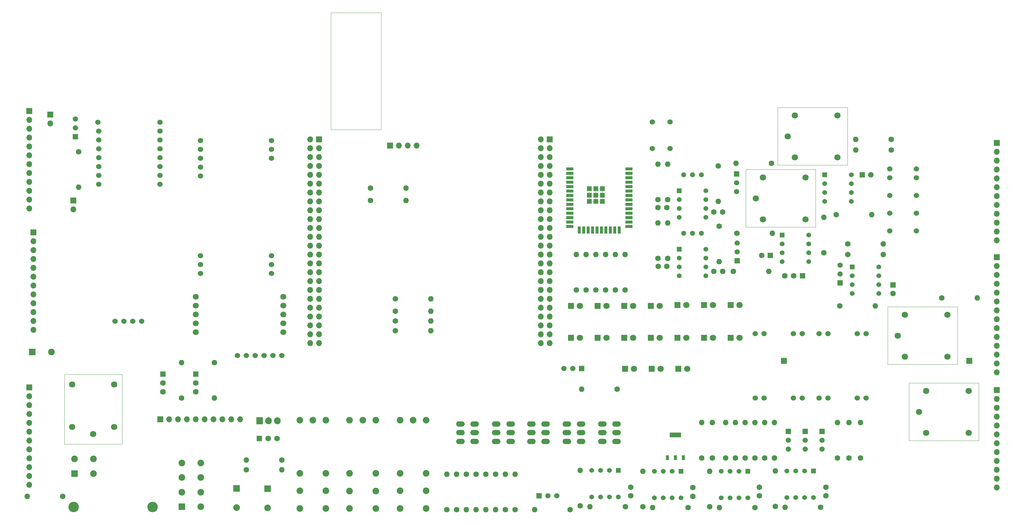
<source format=gbr>
%TF.GenerationSoftware,KiCad,Pcbnew,(6.0.5)*%
%TF.CreationDate,2023-07-29T02:07:02+09:00*%
%TF.ProjectId,LV_PCB,4c565f50-4342-42e6-9b69-6361645f7063,rev?*%
%TF.SameCoordinates,Original*%
%TF.FileFunction,Soldermask,Top*%
%TF.FilePolarity,Negative*%
%FSLAX46Y46*%
G04 Gerber Fmt 4.6, Leading zero omitted, Abs format (unit mm)*
G04 Created by KiCad (PCBNEW (6.0.5)) date 2023-07-29 02:07:02*
%MOMM*%
%LPD*%
G01*
G04 APERTURE LIST*
%ADD10C,0.120000*%
%ADD11C,1.600000*%
%ADD12O,1.600000X1.600000*%
%ADD13R,1.500000X1.500000*%
%ADD14C,1.500000*%
%ADD15R,1.800000X1.800000*%
%ADD16C,1.800000*%
%ADD17C,1.524000*%
%ADD18R,1.700000X1.700000*%
%ADD19O,1.700000X1.700000*%
%ADD20R,0.889000X1.473200*%
%ADD21R,3.200400X1.473200*%
%ADD22C,1.440000*%
%ADD23O,2.500000X1.500000*%
%ADD24R,1.600000X1.600000*%
%ADD25R,1.900000X1.900000*%
%ADD26C,1.900000*%
%ADD27R,1.371600X1.371600*%
%ADD28C,1.371600*%
%ADD29R,1.625600X1.625600*%
%ADD30C,1.625600*%
%ADD31C,1.905000*%
%ADD32C,1.700000*%
%ADD33R,1.905000X2.000000*%
%ADD34O,1.905000X2.000000*%
%ADD35C,3.000000*%
%ADD36R,2.000000X0.900000*%
%ADD37R,0.900000X2.000000*%
%ADD38R,1.330000X1.330000*%
%ADD39C,0.300000*%
G04 APERTURE END LIST*
D10*
%TO.C,K5*%
X281192800Y168631400D02*
X301192800Y168631400D01*
X301192800Y168631400D02*
X301192800Y152131400D01*
X301192800Y152131400D02*
X281192800Y152131400D01*
X281192800Y152131400D02*
X281192800Y168631400D01*
%TO.C,K2*%
X76947200Y72163600D02*
X93447200Y72163600D01*
X93447200Y72163600D02*
X93447200Y92163600D01*
X93447200Y92163600D02*
X76947200Y92163600D01*
X76947200Y92163600D02*
X76947200Y72163600D01*
%TO.C,K1*%
X272058800Y150851400D02*
X292058800Y150851400D01*
X292058800Y150851400D02*
X292058800Y134351400D01*
X292058800Y134351400D02*
X272058800Y134351400D01*
X272058800Y134351400D02*
X272058800Y150851400D01*
%TO.C,K4*%
X312688800Y111481400D02*
X332688800Y111481400D01*
X332688800Y111481400D02*
X332688800Y94981400D01*
X332688800Y94981400D02*
X312688800Y94981400D01*
X312688800Y94981400D02*
X312688800Y111481400D01*
%TO.C,U15*%
X153230000Y162289400D02*
X167660000Y162289400D01*
X167660000Y162289400D02*
X167660000Y195879400D01*
X167660000Y195879400D02*
X153230000Y195879400D01*
X153230000Y195879400D02*
X153230000Y162289400D01*
%TO.C,K3*%
X318784800Y89637400D02*
X338784800Y89637400D01*
X338784800Y89637400D02*
X338784800Y73137400D01*
X338784800Y73137400D02*
X318784800Y73137400D01*
X318784800Y73137400D02*
X318784800Y89637400D01*
%TD*%
D11*
%TO.C,R19*%
X205994000Y53340000D03*
D12*
X205994000Y63500000D03*
%TD*%
D11*
%TO.C,R31*%
X264424000Y134620000D03*
D12*
X264424000Y124460000D03*
%TD*%
D13*
%TO.C,Q10*%
X284247000Y75819000D03*
D14*
X284247000Y73279000D03*
X284247000Y70739000D03*
%TD*%
D11*
%TO.C,R63*%
X231902000Y116332000D03*
D12*
X231902000Y126492000D03*
%TD*%
D15*
%TO.C,D12*%
X252476000Y112014000D03*
D16*
X255016000Y112014000D03*
%TD*%
D11*
%TO.C,R21*%
X269504000Y132588000D03*
D12*
X279664000Y132588000D03*
%TD*%
D11*
%TO.C,R41*%
X280543000Y54249000D03*
D12*
X280543000Y64409000D03*
%TD*%
D17*
%TO.C,U5*%
X288194500Y85331000D03*
X285654500Y85331000D03*
X274714500Y85331000D03*
X277254500Y85331000D03*
X288194500Y103791000D03*
X285654500Y103791000D03*
X277254500Y103791000D03*
X274714500Y103791000D03*
%TD*%
D11*
%TO.C,C10*%
X275971000Y59797000D03*
X275971000Y57297000D03*
%TD*%
D15*
%TO.C,D11*%
X260096000Y112014000D03*
D16*
X262636000Y112014000D03*
%TD*%
D11*
%TO.C,R2*%
X76454000Y57150000D03*
D12*
X66294000Y57150000D03*
%TD*%
D11*
%TO.C,R36*%
X298323000Y68199000D03*
D12*
X298323000Y78359000D03*
%TD*%
D13*
%TO.C,Q9*%
X289073000Y75819000D03*
D14*
X289073000Y73279000D03*
X289073000Y70739000D03*
%TD*%
D15*
%TO.C,D5*%
X245110000Y93726000D03*
D16*
X247650000Y93726000D03*
%TD*%
D18*
%TO.C,J14*%
X79512000Y141986000D03*
D19*
X79512000Y139446000D03*
%TD*%
D16*
%TO.C,K5*%
X298292800Y166381400D03*
X286092800Y154381400D03*
X286092800Y166381400D03*
X284092800Y160381400D03*
X298292800Y154381400D03*
%TD*%
D11*
%TO.C,R42*%
X261747000Y54229000D03*
D12*
X261747000Y64389000D03*
%TD*%
D11*
%TO.C,R55*%
X171704000Y104648000D03*
D12*
X181864000Y104648000D03*
%TD*%
D20*
%TO.C,U4*%
X249632000Y68237100D03*
X251922000Y68237100D03*
X254212000Y68237100D03*
D21*
X251922000Y74764900D03*
%TD*%
D22*
%TO.C,RV2*%
X254254000Y132588000D03*
X256794000Y132588000D03*
X259334000Y132588000D03*
%TD*%
D23*
%TO.C,SW2*%
X190335700Y72918700D03*
X190335700Y77918700D03*
X190335700Y75418700D03*
X194435700Y75418700D03*
X194435700Y77918700D03*
X194435700Y72918700D03*
%TD*%
%TO.C,SW4*%
X200622700Y72918700D03*
X200622700Y77918700D03*
X200622700Y75418700D03*
X204722700Y75418700D03*
X204722700Y77918700D03*
X204722700Y72918700D03*
%TD*%
D15*
%TO.C,D8*%
X252476000Y102616000D03*
D16*
X255016000Y102616000D03*
%TD*%
D17*
%TO.C,SW8*%
X245294400Y156889700D03*
X250374400Y156889700D03*
X245294400Y164509700D03*
X250374400Y164509700D03*
%TD*%
D24*
%TO.C,C5*%
X305372888Y149352000D03*
D11*
X307872888Y149352000D03*
%TD*%
%TO.C,R23*%
X246898000Y125436000D03*
D12*
X246898000Y135596000D03*
%TD*%
D13*
%TO.C,Q6*%
X269610000Y124714000D03*
D14*
X269610000Y127254000D03*
X269610000Y129794000D03*
%TD*%
D23*
%TO.C,SW1*%
X220815700Y72918700D03*
X220815700Y77918700D03*
X220815700Y75418700D03*
X224915700Y75418700D03*
X224915700Y77918700D03*
X224915700Y72918700D03*
%TD*%
D25*
%TO.C,J6*%
X79808001Y63685999D03*
D26*
X79808001Y67885998D03*
X85308000Y63685999D03*
X85308000Y67885998D03*
%TD*%
D27*
%TO.C,U16*%
X235585000Y64643000D03*
D28*
X233045000Y64643000D03*
X230505000Y64643000D03*
X227965000Y64643000D03*
X227965000Y57023000D03*
X230505000Y57023000D03*
X233045000Y57023000D03*
X235585000Y57023000D03*
%TD*%
D18*
%TO.C,J2*%
X343916000Y87625000D03*
D19*
X343916000Y85085000D03*
X343916000Y82545000D03*
X343916000Y80005000D03*
X343916000Y77465000D03*
X343916000Y74925000D03*
X343916000Y72385000D03*
X343916000Y69845000D03*
X343916000Y67305000D03*
X343916000Y64765000D03*
X343916000Y62225000D03*
X343916000Y59685000D03*
%TD*%
D24*
%TO.C,10uF1*%
X279091113Y126238000D03*
D11*
X276591113Y126238000D03*
%TD*%
%TO.C,R12*%
X139192000Y67564000D03*
D12*
X129032000Y67564000D03*
%TD*%
D11*
%TO.C,R43*%
X293497000Y53995000D03*
D12*
X283337000Y53995000D03*
%TD*%
D15*
%TO.C,D9*%
X267711000Y112014000D03*
D16*
X270251000Y112014000D03*
%TD*%
D15*
%TO.C,D7*%
X252730000Y93726000D03*
D16*
X255270000Y93726000D03*
%TD*%
D22*
%TO.C,RV1*%
X254254000Y149352000D03*
X256794000Y149352000D03*
X259334000Y149352000D03*
%TD*%
D29*
%TO.C,Q2*%
X132770600Y73799700D03*
D30*
X135310600Y73799700D03*
X137850600Y73799700D03*
%TD*%
D11*
%TO.C,C1*%
X262920000Y138684000D03*
X265420000Y138684000D03*
%TD*%
D18*
%TO.C,J12*%
X68072000Y132842000D03*
D19*
X68072000Y130302000D03*
X68072000Y127762000D03*
X68072000Y125222000D03*
X68072000Y122682000D03*
X68072000Y120142000D03*
X68072000Y117602000D03*
X68072000Y115062000D03*
X68072000Y112522000D03*
X68072000Y109982000D03*
X68072000Y107442000D03*
X68072000Y104902000D03*
%TD*%
D11*
%TO.C,R62*%
X229108000Y116332000D03*
D12*
X229108000Y126492000D03*
%TD*%
D27*
%TO.C,U13*%
X294640000Y149352000D03*
D28*
X294640000Y146812000D03*
X294640000Y144272000D03*
X294640000Y141732000D03*
X302260000Y141732000D03*
X302260000Y144272000D03*
X302260000Y146812000D03*
X302260000Y149352000D03*
%TD*%
D16*
%TO.C,K2*%
X79197200Y89263600D03*
X91197200Y77063600D03*
X79197200Y77063600D03*
X85197200Y75063600D03*
X91197200Y89263600D03*
%TD*%
D11*
%TO.C,R46*%
X301244000Y126492000D03*
D12*
X311404000Y126492000D03*
%TD*%
D11*
%TO.C,R52*%
X164592000Y145542000D03*
D12*
X174752000Y145542000D03*
%TD*%
D11*
%TO.C,R50*%
X301244000Y129540000D03*
D12*
X311404000Y129540000D03*
%TD*%
D11*
%TO.C,R3*%
X119888000Y95504000D03*
D12*
X119888000Y85344000D03*
%TD*%
D13*
%TO.C,Q8*%
X293899000Y75819000D03*
D14*
X293899000Y73279000D03*
X293899000Y70739000D03*
%TD*%
D17*
%TO.C,K6*%
X320897000Y151035000D03*
X320897000Y148495000D03*
X320897000Y143415000D03*
X320897000Y138335000D03*
X320897000Y133255000D03*
X313277000Y133255000D03*
X313277000Y138335000D03*
X313277000Y143415000D03*
X313277000Y148495000D03*
X313277000Y151035000D03*
%TD*%
D18*
%TO.C,J15*%
X336052000Y96012000D03*
%TD*%
D31*
%TO.C,RLY2*%
X158616000Y78994000D03*
X166116000Y78994000D03*
X162366000Y78994003D03*
X166116000Y58694003D03*
X166116000Y63734003D03*
X166116000Y53654000D03*
X158615944Y58694079D03*
X158615944Y63734079D03*
X158616000Y53654000D03*
%TD*%
%TO.C,RLY3*%
X173034000Y79039387D03*
X180534000Y79039387D03*
X176784000Y79039390D03*
X180534000Y58739390D03*
X180534000Y63779390D03*
X180534000Y53699387D03*
X173033944Y58739466D03*
X173033944Y63779466D03*
X173034000Y53699387D03*
%TD*%
D15*
%TO.C,D2*%
X237490000Y93726000D03*
D16*
X240030000Y93726000D03*
%TD*%
D11*
%TO.C,R5*%
X189230000Y53340000D03*
D12*
X189230000Y63500000D03*
%TD*%
D18*
%TO.C,J5*%
X343916000Y125720000D03*
D19*
X343916000Y123180000D03*
X343916000Y120640000D03*
X343916000Y118100000D03*
X343916000Y115560000D03*
X343916000Y113020000D03*
X343916000Y110480000D03*
X343916000Y107940000D03*
X343916000Y105400000D03*
X343916000Y102860000D03*
X343916000Y100320000D03*
X343916000Y97780000D03*
X343916000Y95240000D03*
X343916000Y92700000D03*
%TD*%
D17*
%TO.C,U10*%
X99095200Y107408600D03*
X96555200Y107408600D03*
X94015200Y107408600D03*
X91475200Y107408600D03*
%TD*%
%TO.C,U12*%
X104324400Y146658600D03*
X104324400Y149198600D03*
X104324400Y151738600D03*
X104324400Y154278600D03*
X104324400Y156818600D03*
X104324400Y159358600D03*
X104324400Y161898600D03*
X104324400Y164438600D03*
X86544400Y164438600D03*
X86773000Y161898600D03*
X86773000Y159358600D03*
X86773000Y156818600D03*
X86773000Y154278600D03*
X86773000Y151738600D03*
X86773000Y149198600D03*
X86773000Y146658600D03*
%TD*%
D18*
%TO.C,J7*%
X104399000Y79248000D03*
D19*
X106939000Y79248000D03*
X109479000Y79248000D03*
X112019000Y79248000D03*
X114559000Y79248000D03*
X117099000Y79248000D03*
X119639000Y79248000D03*
X122179000Y79248000D03*
X124719000Y79248000D03*
X127259000Y79248000D03*
%TD*%
D17*
%TO.C,U7*%
X126483700Y97522700D03*
X129023700Y97522700D03*
X131563700Y97522700D03*
X134103700Y97522700D03*
X136643700Y97522700D03*
X139183700Y97522700D03*
%TD*%
D11*
%TO.C,R7*%
X194818000Y63500000D03*
D12*
X194818000Y53340000D03*
%TD*%
D13*
%TO.C,Q13*%
X299064000Y118364000D03*
D14*
X299064000Y120904000D03*
X299064000Y123444000D03*
%TD*%
D32*
%TO.C,U9*%
X139595000Y111855000D03*
X139595000Y109315000D03*
X139595000Y106775000D03*
X139595000Y104235000D03*
X114595000Y104235000D03*
X114595000Y106775000D03*
X114595000Y109315000D03*
X114595000Y111855000D03*
X114595000Y114395000D03*
X139595000Y114395000D03*
%TD*%
D11*
%TO.C,R60*%
X223520000Y116332000D03*
D12*
X223520000Y126492000D03*
%TD*%
D15*
%TO.C,D10*%
X260096000Y102616000D03*
D16*
X262636000Y102616000D03*
%TD*%
D15*
%TO.C,D3*%
X229616000Y102616000D03*
D16*
X232156000Y102616000D03*
%TD*%
D25*
%TO.C,J13*%
X67743001Y98569500D03*
D26*
X73243000Y98569500D03*
%TD*%
D27*
%TO.C,U2*%
X252994000Y144780000D03*
D28*
X252994000Y142240000D03*
X252994000Y139700000D03*
X252994000Y137160000D03*
X260614000Y137160000D03*
X260614000Y139700000D03*
X260614000Y142240000D03*
X260614000Y144780000D03*
%TD*%
D11*
%TO.C,R34*%
X304927000Y68199000D03*
D12*
X304927000Y78359000D03*
%TD*%
D11*
%TO.C,R44*%
X274701000Y53975000D03*
D12*
X264541000Y53975000D03*
%TD*%
D11*
%TO.C,R26*%
X274701000Y68199000D03*
D12*
X274701000Y78359000D03*
%TD*%
D17*
%TO.C,U6*%
X303942500Y85331000D03*
X306482500Y85331000D03*
X293002500Y85331000D03*
X295542500Y85331000D03*
X306482500Y103791000D03*
X303942500Y103791000D03*
X293002500Y103791000D03*
X295542500Y103791000D03*
%TD*%
D29*
%TO.C,Q1*%
X105156000Y92202000D03*
D30*
X105156000Y89662000D03*
X105156000Y87122000D03*
%TD*%
D11*
%TO.C,R57*%
X313690000Y159512000D03*
D12*
X303530000Y159512000D03*
%TD*%
D11*
%TO.C,R27*%
X277495000Y68199000D03*
D12*
X277495000Y78359000D03*
%TD*%
D11*
%TO.C,C7*%
X239141000Y59817000D03*
X239141000Y57317000D03*
%TD*%
D29*
%TO.C,Q4*%
X288300000Y120396000D03*
D30*
X285760000Y120396000D03*
X283220000Y120396000D03*
%TD*%
D11*
%TO.C,R38*%
X297942000Y137922000D03*
D12*
X308102000Y137922000D03*
%TD*%
D25*
%TO.C,J3*%
X110542001Y54169503D03*
D26*
X110542001Y58369502D03*
X110542001Y62569501D03*
X110542001Y66769501D03*
X116042000Y54169503D03*
X116042000Y58369502D03*
X116042000Y62569501D03*
X116042000Y66769501D03*
%TD*%
D33*
%TO.C,Q3*%
X132842000Y78811000D03*
D34*
X135382000Y78811000D03*
X137922000Y78811000D03*
%TD*%
D25*
%TO.C,J11*%
X135138000Y59383999D03*
D26*
X135138000Y53884000D03*
%TD*%
D11*
%TO.C,R6*%
X192024000Y63500000D03*
D12*
X192024000Y53340000D03*
%TD*%
D15*
%TO.C,D13*%
X221996000Y111760000D03*
D16*
X224536000Y111760000D03*
%TD*%
D11*
%TO.C,R56*%
X171704000Y107442000D03*
D12*
X181864000Y107442000D03*
%TD*%
D18*
%TO.C,J4*%
X66929000Y88392000D03*
D19*
X66929000Y85852000D03*
X66929000Y83312000D03*
X66929000Y80772000D03*
X66929000Y78232000D03*
X66929000Y75692000D03*
X66929000Y73152000D03*
X66929000Y70612000D03*
X66929000Y68072000D03*
X66929000Y65532000D03*
X66929000Y62992000D03*
X66929000Y60452000D03*
%TD*%
D27*
%TO.C,U19*%
X272669000Y64389000D03*
D28*
X270129000Y64389000D03*
X267589000Y64389000D03*
X265049000Y64389000D03*
X265049000Y56769000D03*
X267589000Y56769000D03*
X270129000Y56769000D03*
X272669000Y56769000D03*
%TD*%
D11*
%TO.C,R17*%
X268488000Y121666000D03*
D12*
X278648000Y121666000D03*
%TD*%
D11*
%TO.C,R13*%
X262509000Y68199000D03*
D12*
X262509000Y78359000D03*
%TD*%
D11*
%TO.C,R58*%
X313690000Y156464000D03*
D12*
X303530000Y156464000D03*
%TD*%
D11*
%TO.C,C8*%
X256921000Y59690000D03*
X256921000Y57190000D03*
%TD*%
%TO.C,R53*%
X171704000Y113792000D03*
D12*
X181864000Y113792000D03*
%TD*%
D11*
%TO.C,R64*%
X203200000Y53340000D03*
D12*
X203200000Y63500000D03*
%TD*%
D11*
%TO.C,R48*%
X328168000Y114046000D03*
D12*
X338328000Y114046000D03*
%TD*%
D11*
%TO.C,R15*%
X221742000Y53340000D03*
D12*
X211582000Y53340000D03*
%TD*%
D23*
%TO.C,SW3*%
X230975700Y72918700D03*
X230975700Y77918700D03*
X230975700Y75418700D03*
X235075700Y75418700D03*
X235075700Y77918700D03*
X235075700Y72918700D03*
%TD*%
D15*
%TO.C,D17*%
X267716000Y102616000D03*
D16*
X270256000Y102616000D03*
%TD*%
D35*
%TO.C,F1*%
X102232000Y54102000D03*
X79632000Y54102000D03*
%TD*%
D15*
%TO.C,D15*%
X237236000Y111760000D03*
D16*
X239776000Y111760000D03*
%TD*%
D11*
%TO.C,R18*%
X294396000Y127000000D03*
D12*
X294396000Y137160000D03*
%TD*%
D13*
%TO.C,Q12*%
X80116000Y160274000D03*
D14*
X80116000Y162814000D03*
X80116000Y165354000D03*
%TD*%
D11*
%TO.C,R4*%
X110490000Y85344000D03*
D12*
X110490000Y95504000D03*
%TD*%
D11*
%TO.C,C4*%
X246938000Y123150000D03*
X249438000Y123150000D03*
%TD*%
%TO.C,R16*%
X271907000Y68199000D03*
D12*
X271907000Y78359000D03*
%TD*%
D11*
%TO.C,C9*%
X295021000Y59817000D03*
X295021000Y57317000D03*
%TD*%
D27*
%TO.C,U14*%
X302514000Y122936000D03*
D28*
X302514000Y120396000D03*
X302514000Y117856000D03*
X302514000Y115316000D03*
X310134000Y115316000D03*
X310134000Y117856000D03*
X310134000Y120396000D03*
X310134000Y122936000D03*
%TD*%
D11*
%TO.C,R20*%
X279410000Y152654000D03*
D12*
X269250000Y152654000D03*
%TD*%
D27*
%TO.C,U1*%
X282458000Y132080000D03*
D28*
X282458000Y129540000D03*
X282458000Y127000000D03*
X282458000Y124460000D03*
X290078000Y124460000D03*
X290078000Y127000000D03*
X290078000Y129540000D03*
X290078000Y132080000D03*
%TD*%
D11*
%TO.C,R8*%
X197612000Y63500000D03*
D12*
X197612000Y53340000D03*
%TD*%
D11*
%TO.C,R54*%
X164592000Y141986000D03*
D12*
X174752000Y141986000D03*
%TD*%
D11*
%TO.C,R32*%
X249692000Y125436000D03*
D12*
X249692000Y135596000D03*
%TD*%
D18*
%TO.C,J10*%
X343916000Y158486000D03*
D19*
X343916000Y155946000D03*
X343916000Y153406000D03*
X343916000Y150866000D03*
X343916000Y148326000D03*
X343916000Y145786000D03*
X343916000Y143246000D03*
X343916000Y140706000D03*
X343916000Y138166000D03*
X343916000Y135626000D03*
X343916000Y133086000D03*
X343916000Y130546000D03*
%TD*%
D27*
%TO.C,U18*%
X291465000Y64409000D03*
D28*
X288925000Y64409000D03*
X286385000Y64409000D03*
X283845000Y64409000D03*
X283845000Y56789000D03*
X286385000Y56789000D03*
X288925000Y56789000D03*
X291465000Y56789000D03*
%TD*%
D11*
%TO.C,C2*%
X262920000Y121666000D03*
X265420000Y121666000D03*
%TD*%
D13*
%TO.C,Q11*%
X212852000Y57298000D03*
D14*
X215392000Y57298000D03*
X217932000Y57298000D03*
%TD*%
D11*
%TO.C,R61*%
X226314000Y116332000D03*
D12*
X226314000Y126492000D03*
%TD*%
D27*
%TO.C,U3*%
X252994000Y128016000D03*
D28*
X252994000Y125476000D03*
X252994000Y122936000D03*
X252994000Y120396000D03*
X260614000Y120396000D03*
X260614000Y122936000D03*
X260614000Y125476000D03*
X260614000Y128016000D03*
%TD*%
D16*
%TO.C,K1*%
X289158800Y148601400D03*
X276958800Y136601400D03*
X276958800Y148601400D03*
X274958800Y142601400D03*
X289158800Y136601400D03*
%TD*%
D11*
%TO.C,R25*%
X224663000Y54483000D03*
D12*
X224663000Y64643000D03*
%TD*%
D11*
%TO.C,R14*%
X269113000Y68199000D03*
D12*
X269113000Y78359000D03*
%TD*%
D29*
%TO.C,Q7*%
X114554000Y92202000D03*
D30*
X114554000Y89662000D03*
X114554000Y87122000D03*
%TD*%
D11*
%TO.C,R9*%
X129032000Y64770000D03*
D12*
X139192000Y64770000D03*
%TD*%
D11*
%TO.C,R28*%
X280289000Y68199000D03*
D12*
X280289000Y78359000D03*
%TD*%
D18*
%TO.C,J1*%
X66929000Y167640000D03*
D19*
X66929000Y165100000D03*
X66929000Y162560000D03*
X66929000Y160020000D03*
X66929000Y157480000D03*
X66929000Y154940000D03*
X66929000Y152400000D03*
X66929000Y149860000D03*
X66929000Y147320000D03*
X66929000Y144780000D03*
X66929000Y142240000D03*
X66929000Y139700000D03*
%TD*%
D11*
%TO.C,R45*%
X81026000Y155956000D03*
D12*
X81026000Y145796000D03*
%TD*%
D11*
%TO.C,R40*%
X255524000Y53975000D03*
D12*
X245364000Y53975000D03*
%TD*%
D16*
%TO.C,K4*%
X329788800Y109231400D03*
X317588800Y97231400D03*
X317588800Y109231400D03*
X315588800Y103231400D03*
X329788800Y97231400D03*
%TD*%
D15*
%TO.C,D16*%
X244856000Y111760000D03*
D16*
X247396000Y111760000D03*
%TD*%
D13*
%TO.C,Q5*%
X269398000Y149606000D03*
D14*
X269398000Y147066000D03*
X269398000Y144526000D03*
%TD*%
D19*
%TO.C,U15*%
X215922200Y139200600D03*
X213382200Y139200600D03*
X215922200Y136660600D03*
X213382200Y136660600D03*
X149880000Y151900600D03*
X215922200Y131580600D03*
X213382200Y131580600D03*
X215922200Y129040600D03*
X213382200Y129040600D03*
X213382200Y113800600D03*
X215922200Y111260600D03*
X213382200Y111260600D03*
X215922200Y108720600D03*
X213382200Y108720600D03*
X215922200Y106180600D03*
X213382200Y106180600D03*
X215922200Y103640600D03*
X149880000Y103640600D03*
X147340000Y106180600D03*
X149880000Y106180600D03*
X147340000Y108720600D03*
X149880000Y108720600D03*
X149880000Y111260600D03*
X147340000Y113800600D03*
X147340000Y116340600D03*
X149880000Y116340600D03*
X147340000Y118880600D03*
X149880000Y118880600D03*
X149880000Y123960600D03*
X147340000Y129040600D03*
X149880000Y129040600D03*
X149880000Y134120600D03*
X147340000Y136660600D03*
X147340000Y141740600D03*
X149880000Y141740600D03*
X149880000Y154440600D03*
D18*
X215922200Y159520600D03*
X170200000Y157748100D03*
D19*
X172740000Y157748100D03*
X175280000Y157748100D03*
X177820000Y157748100D03*
X147340000Y146820600D03*
X147340000Y121420600D03*
X147340000Y159520600D03*
X213382200Y134120600D03*
X147340000Y126500600D03*
X147340000Y139200600D03*
X149880000Y136660600D03*
X213382200Y118880600D03*
X213382200Y149360600D03*
X147340000Y144280600D03*
X213382200Y101100600D03*
X213382200Y141740600D03*
X213382200Y103640600D03*
X215922200Y121420600D03*
X213382200Y151900600D03*
X215922200Y116340600D03*
X149880000Y101100600D03*
X149880000Y149360600D03*
X215922200Y134120600D03*
X215922200Y118880600D03*
X147340000Y103640600D03*
X147340000Y156980600D03*
X215922200Y156980600D03*
X149880000Y139200600D03*
X213382200Y121420600D03*
X149880000Y144280600D03*
X215922200Y154440600D03*
X215922200Y123960600D03*
X147340000Y111260600D03*
X149880000Y156980600D03*
X215922200Y151900600D03*
X215922200Y144280600D03*
X149880000Y131580600D03*
X213382200Y146820600D03*
X215922200Y149360600D03*
X147340000Y151900600D03*
X149880000Y126500600D03*
X213382200Y123960600D03*
X147340000Y134120600D03*
X213382200Y154440600D03*
X147340000Y154440600D03*
X213382200Y126500600D03*
X147340000Y131580600D03*
X213382200Y116340600D03*
X215922200Y126500600D03*
X147340000Y123960600D03*
X147340000Y101100600D03*
X149880000Y121420600D03*
D18*
X149880000Y159520600D03*
D19*
X149880000Y146820600D03*
X215922200Y141740600D03*
X215922200Y101100600D03*
X213382200Y159520600D03*
X215922200Y146820600D03*
X213382200Y156980600D03*
X147340000Y149360600D03*
X149880000Y113800600D03*
X213382200Y144280600D03*
X215922200Y113800600D03*
%TD*%
D11*
%TO.C,R37*%
X171704000Y110236000D03*
D12*
X181864000Y110236000D03*
%TD*%
D11*
%TO.C,R1*%
X186436000Y53340000D03*
D12*
X186436000Y63500000D03*
%TD*%
D11*
%TO.C,R39*%
X237617000Y54229000D03*
D12*
X227457000Y54229000D03*
%TD*%
D11*
%TO.C,C3*%
X246918000Y139954000D03*
X249418000Y139954000D03*
%TD*%
D15*
%TO.C,D1*%
X221996000Y102616000D03*
D16*
X224536000Y102616000D03*
%TD*%
D11*
%TO.C,R33*%
X242570000Y54229000D03*
D12*
X242570000Y64389000D03*
%TD*%
D13*
%TO.C,Q14*%
X225044000Y93832000D03*
D14*
X222504000Y93832000D03*
X219964000Y93832000D03*
%TD*%
D11*
%TO.C,R22*%
X246898000Y142240000D03*
D12*
X246898000Y152400000D03*
%TD*%
D11*
%TO.C,R30*%
X264170000Y151892000D03*
D12*
X264170000Y141732000D03*
%TD*%
D11*
%TO.C,R29*%
X249692000Y142240000D03*
D12*
X249692000Y152400000D03*
%TD*%
D36*
%TO.C,U11*%
X221624000Y151056000D03*
X221624000Y149786000D03*
X221624000Y148516000D03*
X221624000Y147246000D03*
X221624000Y145976000D03*
X221624000Y144706000D03*
X221624000Y143436000D03*
X221624000Y142166000D03*
X221624000Y140896000D03*
X221624000Y139626000D03*
X221624000Y138356000D03*
X221624000Y137086000D03*
X221624000Y135816000D03*
X221624000Y134546000D03*
D37*
X224409000Y133546000D03*
X225679000Y133546000D03*
X226949000Y133546000D03*
X228219000Y133546000D03*
X229489000Y133546000D03*
X230759000Y133546000D03*
X232029000Y133546000D03*
X233299000Y133546000D03*
X234569000Y133546000D03*
X235839000Y133546000D03*
D36*
X238624000Y134546000D03*
X238624000Y135816000D03*
X238624000Y137086000D03*
X238624000Y138356000D03*
X238624000Y139626000D03*
X238624000Y140896000D03*
X238624000Y142166000D03*
X238624000Y143436000D03*
X238624000Y144706000D03*
X238624000Y145976000D03*
X238624000Y147246000D03*
X238624000Y148516000D03*
X238624000Y149786000D03*
X238624000Y151056000D03*
D38*
X227289000Y145391000D03*
X229124000Y145391000D03*
X230959000Y145391000D03*
X227289000Y143556000D03*
X229124000Y143556000D03*
X230959000Y143556000D03*
X227289000Y141721000D03*
X229124000Y141721000D03*
X230959000Y141721000D03*
D39*
X228206500Y145391000D03*
X230041500Y145391000D03*
X227289000Y144473500D03*
X229124000Y144473500D03*
X230959000Y144473500D03*
X228206500Y143556000D03*
X230041500Y143556000D03*
X227289000Y142638500D03*
X229124000Y142638500D03*
X230959000Y142638500D03*
X228206500Y141721000D03*
X230041500Y141721000D03*
%TD*%
D11*
%TO.C,R49*%
X237490000Y116332000D03*
D12*
X237490000Y126492000D03*
%TD*%
D24*
%TO.C,C6*%
X314198000Y117791112D03*
D11*
X314198000Y115291112D03*
%TD*%
D15*
%TO.C,D4*%
X237236000Y102616000D03*
D16*
X239776000Y102616000D03*
%TD*%
D15*
%TO.C,D6*%
X244856000Y102616000D03*
D16*
X247396000Y102616000D03*
%TD*%
%TO.C,K3*%
X335884800Y87387400D03*
X323684800Y75387400D03*
X323684800Y87387400D03*
X321684800Y81387400D03*
X335884800Y75387400D03*
%TD*%
D31*
%TO.C,RLY1*%
X144332000Y79039387D03*
X151832000Y79039387D03*
X148082000Y79039390D03*
X151832000Y58739390D03*
X151832000Y63779390D03*
X151832000Y53699387D03*
X144331944Y58739466D03*
X144331944Y63779466D03*
X144332000Y53699387D03*
%TD*%
D25*
%TO.C,J8*%
X126238000Y59436000D03*
D26*
X126238000Y53936001D03*
%TD*%
D23*
%TO.C,SW5*%
X210655700Y72918700D03*
X210655700Y77918700D03*
X210655700Y75418700D03*
X214755700Y75418700D03*
X214755700Y77918700D03*
X214755700Y72918700D03*
%TD*%
D18*
%TO.C,J16*%
X282966000Y96012000D03*
%TD*%
D11*
%TO.C,R11*%
X266319000Y68199000D03*
D12*
X266319000Y78359000D03*
%TD*%
D11*
%TO.C,R47*%
X235204000Y87884000D03*
D12*
X225044000Y87884000D03*
%TD*%
D11*
%TO.C,R24*%
X200406000Y63500000D03*
D12*
X200406000Y53340000D03*
%TD*%
D15*
%TO.C,D14*%
X229616000Y111760000D03*
D16*
X232156000Y111760000D03*
%TD*%
D11*
%TO.C,R59*%
X234696000Y116332000D03*
D12*
X234696000Y126492000D03*
%TD*%
D17*
%TO.C,U8*%
X136239000Y159156000D03*
X136239000Y154076000D03*
X136239000Y126136000D03*
X136239000Y121056000D03*
X115919000Y121056000D03*
X115919000Y126136000D03*
X115919000Y148996000D03*
X115919000Y154076000D03*
X115919000Y159156000D03*
X115919000Y151536000D03*
X136239000Y156616000D03*
X115919000Y156616000D03*
X136239000Y123596000D03*
X115919000Y123596000D03*
%TD*%
D11*
%TO.C,R10*%
X259461000Y68199000D03*
D12*
X259461000Y78359000D03*
%TD*%
D11*
%TO.C,R51*%
X298958000Y111760000D03*
D12*
X309118000Y111760000D03*
%TD*%
D18*
%TO.C,J9*%
X72898000Y166624000D03*
D19*
X72898000Y164084000D03*
%TD*%
D11*
%TO.C,R35*%
X301625000Y68199000D03*
D12*
X301625000Y78359000D03*
%TD*%
D27*
%TO.C,U17*%
X253492000Y64389000D03*
D28*
X250952000Y64389000D03*
X248412000Y64389000D03*
X245872000Y64389000D03*
X245872000Y56769000D03*
X248412000Y56769000D03*
X250952000Y56769000D03*
X253492000Y56769000D03*
%TD*%
M02*

</source>
